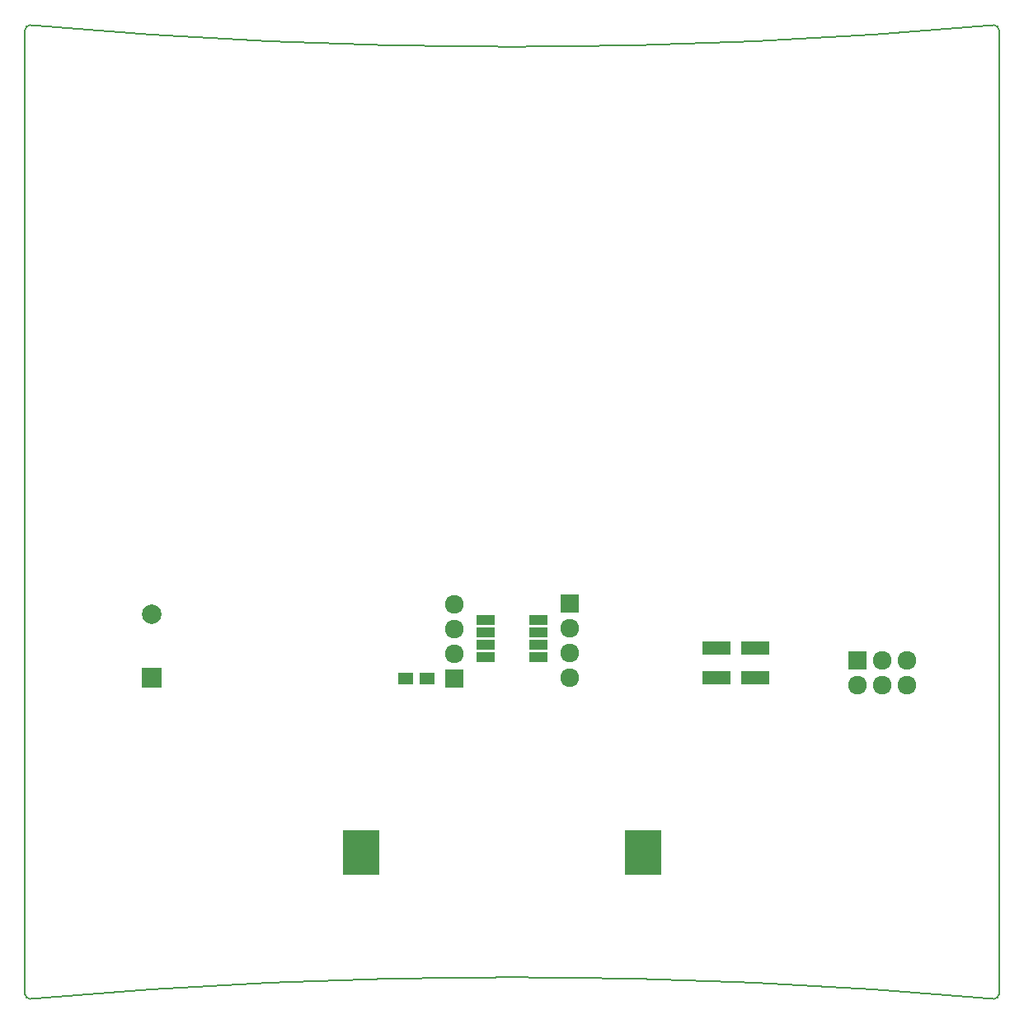
<source format=gbr>
%TF.GenerationSoftware,KiCad,Pcbnew,5.0.0*%
%TF.CreationDate,2018-09-20T16:03:51+02:00*%
%TF.ProjectId,adri,616472692E6B696361645F7063620000,rev?*%
%TF.SameCoordinates,Original*%
%TF.FileFunction,Soldermask,Bot*%
%TF.FilePolarity,Negative*%
%FSLAX46Y46*%
G04 Gerber Fmt 4.6, Leading zero omitted, Abs format (unit mm)*
G04 Created by KiCad (PCBNEW 5.0.0) date Thu Sep 20 16:03:51 2018*
%MOMM*%
%LPD*%
G01*
G04 APERTURE LIST*
%ADD10C,0.150000*%
%ADD11R,3.700000X4.600000*%
%ADD12C,2.000000*%
%ADD13R,2.000000X2.000000*%
%ADD14R,1.924000X1.924000*%
%ADD15C,1.924000*%
%ADD16R,1.600000X1.300000*%
%ADD17R,1.950000X1.000000*%
%ADD18R,2.900000X1.400000*%
G04 APERTURE END LIST*
D10*
X90500000Y-150000000D02*
G75*
G02X90000000Y-149500000I0J500000D01*
G01*
X190000000Y-149500000D02*
G75*
G02X189500000Y-150000000I-500000J0D01*
G01*
X189500000Y-50000000D02*
G75*
G02X190000000Y-50500000I0J-500000D01*
G01*
X90000000Y-50500000D02*
G75*
G02X90500000Y-50000000I500000J0D01*
G01*
X90500001Y-150000000D02*
G75*
G02X189500000Y-150000000I49499999J-550000000D01*
G01*
X189499999Y-50000000D02*
G75*
G02X90500000Y-50000000I-49500000J549999999D01*
G01*
X90000000Y-149500000D02*
X90000000Y-50500000D01*
X190000000Y-149500000D02*
X190000000Y-50500000D01*
D11*
X124500000Y-135000000D03*
X153500000Y-135000000D03*
D12*
X103000000Y-110500000D03*
D13*
X103000000Y-117000000D03*
D14*
X175460000Y-115230000D03*
D15*
X175460000Y-117770000D03*
X178000000Y-115230000D03*
X178000000Y-117770000D03*
X180540000Y-115230000D03*
X180540000Y-117770000D03*
D16*
X131300000Y-117080000D03*
X129100000Y-117080000D03*
D17*
X137300000Y-111095000D03*
X137300000Y-112365000D03*
X137300000Y-113635000D03*
X137300000Y-114905000D03*
X142700000Y-114905000D03*
X142700000Y-113635000D03*
X142700000Y-112365000D03*
X142700000Y-111095000D03*
D14*
X145960000Y-109420000D03*
D15*
X145960000Y-111960000D03*
X145960000Y-114500000D03*
X145960000Y-117040000D03*
X134040000Y-109460000D03*
X134040000Y-112000000D03*
X134040000Y-114540000D03*
D14*
X134040000Y-117080000D03*
D18*
X165000000Y-114000000D03*
X161000000Y-114000000D03*
X165000000Y-117000000D03*
X161000000Y-117000000D03*
M02*

</source>
